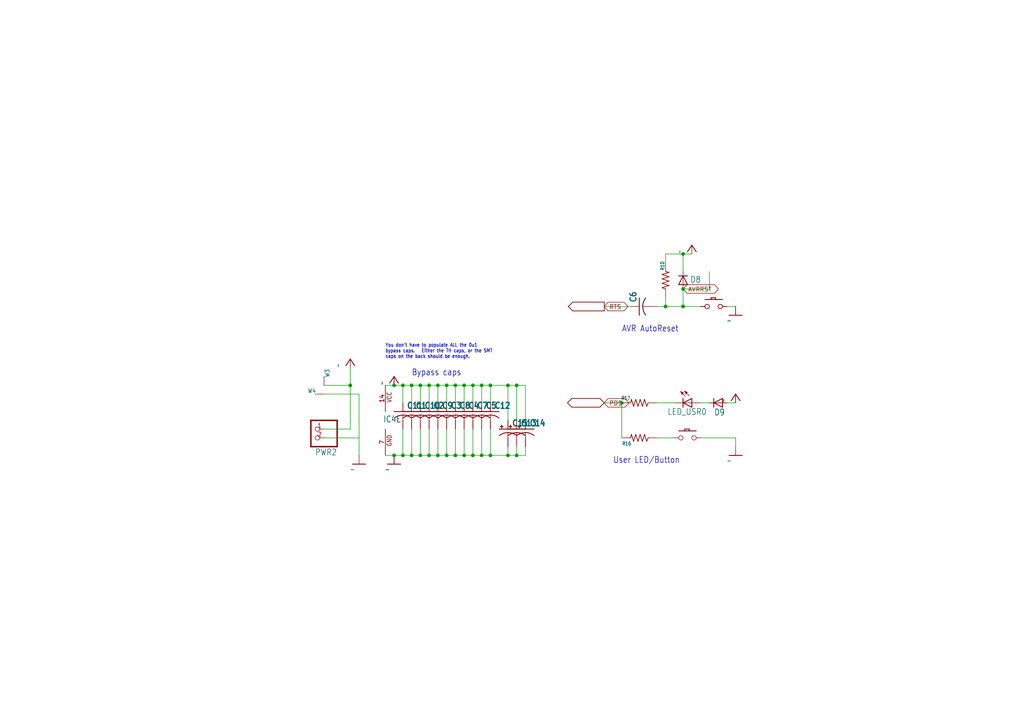
<source format=kicad_sch>
(kicad_sch (version 20211123) (generator eeschema)
  (paper "A4")
  (lib_symbols
    (symbol "Z80-4chip-v3-eagle-import:7400N"
      (property "Reference" "IC" (at -0.635 -0.635 0))
      (symbol "7400N_1_0"
        (arc (start -0.762 -3.302) (mid 2.54 0) (end -0.762 3.302) (stroke (width 0.4064)))
        (polyline (pts (xy -5.08 -3.302) (xy -0.762 -3.302)) (stroke (width 0.4064)))
        (polyline (pts (xy -5.08 3.302) (xy -5.08 -3.302)) (stroke (width 0.4064)))
        (polyline (pts (xy -0.762 3.302) (xy -5.08 3.302)) (stroke (width 0.4064)))
        (pin input line (at -7.62 2.54 0) (length 2.54) (name "I0") (number "1"))
        (pin input line (at -7.62 -2.54 0) (length 2.54) (name "I1") (number "2"))
        (pin output inverted (at 5.08 0 180) (length 2.54) (name "O") (number "3"))
      )
      (symbol "7400N_2_0"
        (arc (start -0.762 -3.302) (mid 2.54 0) (end -0.762 3.302) (stroke (width 0.4064)))
        (polyline (pts (xy -5.08 -3.302) (xy -0.762 -3.302)) (stroke (width 0.4064)))
        (polyline (pts (xy -5.08 3.302) (xy -5.08 -3.302)) (stroke (width 0.4064)))
        (polyline (pts (xy -0.762 3.302) (xy -5.08 3.302)) (stroke (width 0.4064)))
        (pin input line (at -7.62 2.54 0) (length 2.54) (name "I0") (number "4"))
        (pin input line (at -7.62 -2.54 0) (length 2.54) (name "I1") (number "5"))
        (pin output inverted (at 5.08 0 180) (length 2.54) (name "O") (number "6"))
      )
      (symbol "7400N_3_0"
        (arc (start -0.762 -3.302) (mid 2.54 0) (end -0.762 3.302) (stroke (width 0.4064)))
        (polyline (pts (xy -5.08 -3.302) (xy -0.762 -3.302)) (stroke (width 0.4064)))
        (polyline (pts (xy -5.08 3.302) (xy -5.08 -3.302)) (stroke (width 0.4064)))
        (polyline (pts (xy -0.762 3.302) (xy -5.08 3.302)) (stroke (width 0.4064)))
        (pin input line (at -7.62 -2.54 0) (length 2.54) (name "I1") (number "10"))
        (pin output inverted (at 5.08 0 180) (length 2.54) (name "O") (number "8"))
        (pin input line (at -7.62 2.54 0) (length 2.54) (name "I0") (number "9"))
      )
      (symbol "7400N_4_0"
        (arc (start -0.762 -3.302) (mid 2.54 0) (end -0.762 3.302) (stroke (width 0.4064)))
        (polyline (pts (xy -5.08 -3.302) (xy -0.762 -3.302)) (stroke (width 0.4064)))
        (polyline (pts (xy -5.08 3.302) (xy -5.08 -3.302)) (stroke (width 0.4064)))
        (polyline (pts (xy -0.762 3.302) (xy -5.08 3.302)) (stroke (width 0.4064)))
        (pin output inverted (at 5.08 0 180) (length 2.54) (name "O") (number "11"))
        (pin input line (at -7.62 2.54 0) (length 2.54) (name "I0") (number "12"))
        (pin input line (at -7.62 -2.54 0) (length 2.54) (name "I1") (number "13"))
      )
      (symbol "7400N_5_0"
        (text "GND" (at 1.905 -7.62 900) (effects (font (size 1.27 1.0795)) (justify left bottom)))
        (text "VCC" (at 1.905 5.08 900) (effects (font (size 1.27 1.0795)) (justify left bottom)))
        (pin power_in line (at 0 10.16 270) (length 7.62) (name "VCC") (number "14"))
        (pin power_in line (at 0 -10.16 90) (length 7.62) (name "GND") (number "7"))
      )
    )
    (symbol "Z80-4chip-v3-eagle-import:C-US-5MM"
      (property "Reference" "C" (at 1.016 0.635 0))
      (property "Value" "C-US-5MM" (at 1.016 -4.191 0))
      (symbol "C-US-5MM_1_0"
        (arc (start 0 -1.0161) (mid -1.302 -1.2303) (end -2.4668 -1.8504) (stroke (width 0.254)))
        (polyline (pts (xy -2.54 0) (xy 2.54 0)) (stroke (width 0.254)))
        (polyline (pts (xy 0 -1.0161) (xy 0 -2.54)) (stroke (width 0.1524)))
        (polyline (pts (xy 0 -1.016) (xy 0 -1.0161)) (stroke (width 0.1524)))
        (arc (start 2.4892 -1.8542) (mid 1.3158 -1.2195) (end 0 -1) (stroke (width 0.254)))
        (pin passive line (at 0 2.54 270) (length 2.54) (name "1") (number "1"))
        (pin passive line (at 0 -5.08 90) (length 2.54) (name "2") (number "2"))
      )
    )
    (symbol "Z80-4chip-v3-eagle-import:C-USC1206"
      (property "Reference" "C" (at 1.016 0.635 0))
      (property "Value" "C-USC1206" (at 1.016 -4.191 0))
      (symbol "C-USC1206_1_0"
        (arc (start 0 -1.0161) (mid -1.302 -1.2303) (end -2.4668 -1.8504) (stroke (width 0.254)))
        (polyline (pts (xy -2.54 0) (xy 2.54 0)) (stroke (width 0.254)))
        (polyline (pts (xy 0 -1.0161) (xy 0 -2.54)) (stroke (width 0.1524)))
        (polyline (pts (xy 0 -1.016) (xy 0 -1.0161)) (stroke (width 0.1524)))
        (arc (start 2.4892 -1.8542) (mid 1.3158 -1.2195) (end 0 -1) (stroke (width 0.254)))
        (pin passive line (at 0 2.54 270) (length 2.54) (name "1") (number "1"))
        (pin passive line (at 0 -5.08 90) (length 2.54) (name "2") (number "2"))
      )
    )
    (symbol "Z80-4chip-v3-eagle-import:CPOL-USE2.5-6"
      (property "Reference" "C" (at 1.016 0.635 0))
      (property "Value" "CPOL-USE2.5-6" (at 1.016 -4.191 0))
      (symbol "CPOL-USE2.5-6_1_0"
        (rectangle (start -2.253 0.668) (end -1.364 0.795) (fill (type outline)))
        (rectangle (start -1.872 0.287) (end -1.745 1.176) (fill (type outline)))
        (arc (start 0 -1.0161) (mid -1.3021 -1.2302) (end -2.4669 -1.8504) (stroke (width 0.254)))
        (polyline (pts (xy -2.54 0) (xy 2.54 0)) (stroke (width 0.254)))
        (polyline (pts (xy 0 -1.0161) (xy 0 -2.54)) (stroke (width 0.1524)))
        (polyline (pts (xy 0 -1.016) (xy 0 -1.0161)) (stroke (width 0.1524)))
        (arc (start 2.4892 -1.8542) (mid 1.3158 -1.2195) (end 0 -1) (stroke (width 0.254)))
        (pin passive line (at 0 2.54 270) (length 2.54) (name "+") (number "+"))
        (pin passive line (at 0 -5.08 90) (length 2.54) (name "-") (number "-"))
      )
    )
    (symbol "Z80-4chip-v3-eagle-import:DIODE-SIGNAL-5"
      (property "Reference" "D" (at 2.54 0.4826 0))
      (property "Value" "DIODE-SIGNAL-5" (at 2.54 -2.3114 0))
      (symbol "DIODE-SIGNAL-5_1_0"
        (polyline (pts (xy -1.27 -1.27) (xy 1.27 0)) (stroke (width 0.254)))
        (polyline (pts (xy -1.27 1.27) (xy -1.27 -1.27)) (stroke (width 0.254)))
        (polyline (pts (xy 1.27 0) (xy -1.27 1.27)) (stroke (width 0.254)))
        (polyline (pts (xy 1.27 0) (xy 1.27 -1.27)) (stroke (width 0.254)))
        (polyline (pts (xy 1.27 1.27) (xy 1.27 0)) (stroke (width 0.254)))
        (pin passive line (at -2.54 0 0) (length 2.54) (name "A") (number "A"))
        (pin passive line (at 2.54 0 180) (length 2.54) (name "C") (number "C"))
      )
    )
    (symbol "Z80-4chip-v3-eagle-import:GND" (power)
      (property "Value" "GND" (at -2.54 -2.54 0))
      (symbol "GND_1_0"
        (polyline (pts (xy -1.905 0) (xy 1.905 0)) (stroke (width 0.254)))
        (pin power_in line (at 0 2.54 270) (length 2.54) (name "GND") (number "1"))
      )
    )
    (symbol "Z80-4chip-v3-eagle-import:JST_2PIN-THM"
      (property "Reference" "CN" (at -6.35 5.715 0))
      (property "Value" "JST_2PIN-THM" (at -6.35 -5.08 0))
      (symbol "JST_2PIN-THM_1_0"
        (polyline (pts (xy -6.35 -2.54) (xy 1.27 -2.54)) (stroke (width 0.4064)))
        (polyline (pts (xy -6.35 5.08) (xy -6.35 -2.54)) (stroke (width 0.4064)))
        (polyline (pts (xy 1.27 -2.54) (xy 1.27 5.08)) (stroke (width 0.4064)))
        (polyline (pts (xy 1.27 5.08) (xy -6.35 5.08)) (stroke (width 0.4064)))
        (pin passive inverted (at -2.54 0 0) (length 2.54) (name "2") (number "1"))
        (pin passive inverted (at -2.54 2.54 0) (length 2.54) (name "1") (number "2"))
      )
    )
    (symbol "Z80-4chip-v3-eagle-import:LED3MM"
      (property "Reference" "LED" (at 3.556 -4.572 90))
      (property "Value" "LED3MM" (at 5.715 -4.572 90))
      (symbol "LED3MM_1_0"
        (polyline (pts (xy -2.032 -0.762) (xy -3.429 -2.159)) (stroke (width 0.1524)))
        (polyline (pts (xy -1.905 -1.905) (xy -3.302 -3.302)) (stroke (width 0.1524)))
        (polyline (pts (xy 0 -2.54) (xy -1.27 -2.54)) (stroke (width 0.254)))
        (polyline (pts (xy 0 -2.54) (xy -1.27 0)) (stroke (width 0.254)))
        (polyline (pts (xy 0 0) (xy -1.27 0)) (stroke (width 0.254)))
        (polyline (pts (xy 0 0) (xy 0 -2.54)) (stroke (width 0.1524)))
        (polyline (pts (xy 1.27 -2.54) (xy 0 -2.54)) (stroke (width 0.254)))
        (polyline (pts (xy 1.27 0) (xy 0 -2.54)) (stroke (width 0.254)))
        (polyline (pts (xy 1.27 0) (xy 0 0)) (stroke (width 0.254)))
        (polyline (pts (xy -3.429 -2.159) (xy -3.048 -1.27) (xy -2.54 -1.778)) (fill (type outline)))
        (polyline (pts (xy -3.302 -3.302) (xy -2.921 -2.413) (xy -2.413 -2.921)) (fill (type outline)))
        (pin passive line (at 0 2.54 270) (length 2.54) (name "A") (number "A"))
        (pin passive line (at 0 -5.08 90) (length 2.54) (name "C") (number "K"))
      )
    )
    (symbol "Z80-4chip-v3-eagle-import:PORT-BI"
      (symbol "PORT-BI_1_0"
        (polyline (pts (xy 0 0) (xy 1.27 -1.27)) (stroke (width 0.2)))
        (polyline (pts (xy 0 0) (xy 1.27 1.27)) (stroke (width 0.2)))
        (polyline (pts (xy 1.27 -1.27) (xy 9.398 -1.27)) (stroke (width 0.2)))
        (polyline (pts (xy 1.27 1.27) (xy 9.398 1.27)) (stroke (width 0.2)))
        (polyline (pts (xy 9.398 -1.27) (xy 10.668 0)) (stroke (width 0.2)))
        (polyline (pts (xy 10.668 0) (xy 9.398 1.27)) (stroke (width 0.2)))
      )
    )
    (symbol "Z80-4chip-v3-eagle-import:PORT-OUT"
      (symbol "PORT-OUT_1_0"
        (polyline (pts (xy 0 -1.27) (xy 0 1.27)) (stroke (width 0.2)))
        (polyline (pts (xy 0 1.27) (xy 9.144 1.27)) (stroke (width 0.2)))
        (polyline (pts (xy 9.144 -1.27) (xy 0 -1.27)) (stroke (width 0.2)))
        (polyline (pts (xy 9.144 1.27) (xy 10.414 0)) (stroke (width 0.2)))
        (polyline (pts (xy 10.414 0) (xy 9.144 -1.27)) (stroke (width 0.2)))
      )
    )
    (symbol "Z80-4chip-v3-eagle-import:R-US_0207{slash}07V"
      (property "Reference" "R" (at 2.7325 0.2781 0))
      (property "Value" "R-US_0207{slash}07V" (at -1.9067 -0.4821 0))
      (symbol "R-US_0207{slash}07V_1_0"
        (polyline (pts (xy -2.54 0) (xy -2.159 1.016)) (stroke (width 0.2032)))
        (polyline (pts (xy -2.159 1.016) (xy -1.524 -1.016)) (stroke (width 0.2032)))
        (polyline (pts (xy -1.524 -1.016) (xy -0.889 1.016)) (stroke (width 0.2032)))
        (polyline (pts (xy -0.889 1.016) (xy -0.254 -1.016)) (stroke (width 0.2032)))
        (polyline (pts (xy -0.254 -1.016) (xy 0.381 1.016)) (stroke (width 0.2032)))
        (polyline (pts (xy 0.381 1.016) (xy 1.016 -1.016)) (stroke (width 0.2032)))
        (polyline (pts (xy 1.016 -1.016) (xy 1.651 1.016)) (stroke (width 0.2032)))
        (polyline (pts (xy 1.651 1.016) (xy 2.286 -1.016)) (stroke (width 0.2032)))
        (polyline (pts (xy 2.286 -1.016) (xy 2.54 0)) (stroke (width 0.2032)))
        (pin passive line (at -5.08 0 0) (length 2.54) (name "1") (number "1"))
        (pin passive line (at 5.08 0 180) (length 2.54) (name "2") (number "2"))
      )
    )
    (symbol "Z80-4chip-v3-eagle-import:SW-PB2L"
      (symbol "SW-PB2L_1_0"
        (polyline (pts (xy -3.81 2.032) (xy -1.778 2.032)) (stroke (width 0.254)))
        (polyline (pts (xy -1.778 2.032) (xy -1.778 2.54)) (stroke (width 0.254)))
        (polyline (pts (xy -1.778 2.032) (xy -0.508 2.032)) (stroke (width 0.254)))
        (polyline (pts (xy -1.778 2.54) (xy -0.508 2.54)) (stroke (width 0.254)))
        (polyline (pts (xy -0.508 2.032) (xy 1.27 2.032)) (stroke (width 0.254)))
        (polyline (pts (xy -0.508 2.54) (xy -0.508 2.032)) (stroke (width 0.254)))
        (pin passive inverted (at -5.08 0 0) (length 2.54) (name "P$1") (number "2"))
        (pin passive inverted (at 2.54 0 180) (length 2.54) (name "P$2") (number "4"))
      )
      (symbol "SW-PB2L_2_0"
        (polyline (pts (xy -2.54 0) (xy 2.54 0)) (stroke (width 0.254)))
        (pin power_in line (at -2.54 0 0) (length 0) (name "GND") (number "5"))
      )
    )
    (symbol "Z80-4chip-v3-eagle-import:SW-PB2{slash}"
      (symbol "SW-PB2{slash}_1_0"
        (polyline (pts (xy -3.81 2.032) (xy -1.778 2.032)) (stroke (width 0.254)))
        (polyline (pts (xy -1.778 2.032) (xy -1.778 2.54)) (stroke (width 0.254)))
        (polyline (pts (xy -1.778 2.032) (xy -0.508 2.032)) (stroke (width 0.254)))
        (polyline (pts (xy -1.778 2.54) (xy -0.508 2.54)) (stroke (width 0.254)))
        (polyline (pts (xy -0.508 2.032) (xy 1.27 2.032)) (stroke (width 0.254)))
        (polyline (pts (xy -0.508 2.54) (xy -0.508 2.032)) (stroke (width 0.254)))
        (pin passive inverted (at -5.08 0 0) (length 2.54) (name "P$1") (number "2"))
        (pin passive inverted (at 2.54 0 180) (length 2.54) (name "P$2") (number "3"))
      )
      (symbol "SW-PB2{slash}_2_0"
        (polyline (pts (xy -2.54 0) (xy 2.54 0)) (stroke (width 0.254)))
        (pin power_in line (at -2.54 0 0) (length 0) (name "GND") (number "5"))
      )
    )
    (symbol "Z80-4chip-v3-eagle-import:VCC" (power)
      (property "Value" "VCC" (at -2.54 -2.54 90))
      (symbol "VCC_1_0"
        (polyline (pts (xy 0 0) (xy -1.27 -1.905)) (stroke (width 0.254)))
        (polyline (pts (xy 1.27 -1.905) (xy 0 0)) (stroke (width 0.254)))
        (pin power_in line (at 0 -2.54 90) (length 2.54) (name "VCC") (number "1"))
      )
    )
    (symbol "Z80-4chip-v3-eagle-import:WIRE-R10"
      (property "Reference" "W" (at 2.286 -0.254 0))
      (symbol "WIRE-R10_1_0"
        (pin bidirectional line (at 0 0 0) (length 2.54) (name "P$1") (number "P$1"))
      )
    )
  )
  (junction (at 129.54 132.08))
  (junction (at 101.6 111.76))
  (junction (at 127 132.08))
  (junction (at 116.84 111.76))
  (junction (at 198.12 73.66))
  (junction (at 134.62 111.76))
  (junction (at 129.54 111.76))
  (junction (at 137.16 111.76))
  (junction (at 149.86 132.08))
  (junction (at 132.08 132.08))
  (junction (at 124.46 111.76))
  (junction (at 121.92 111.76))
  (junction (at 147.32 111.76))
  (junction (at 114.3 111.76))
  (junction (at 198.12 88.9))
  (junction (at 124.46 132.08))
  (junction (at 180.34 116.84))
  (junction (at 147.32 132.08))
  (junction (at 142.24 132.08))
  (junction (at 116.84 132.08))
  (junction (at 132.08 111.76))
  (junction (at 134.62 132.08))
  (junction (at 119.38 111.76))
  (junction (at 198.12 83.82))
  (junction (at 119.38 132.08))
  (junction (at 193.04 88.9))
  (junction (at 149.86 111.76))
  (junction (at 137.16 132.08))
  (junction (at 139.7 111.76))
  (junction (at 127 111.76))
  (junction (at 114.3 132.08))
  (junction (at 142.24 111.76))
  (junction (at 139.7 132.08))
  (junction (at 121.92 132.08))
  (wire (pts (xy 111.76 111.76) (xy 114.3 111.76)))
  (wire (pts (xy 149.86 121.92) (xy 149.86 111.76)))
  (wire (pts (xy 116.84 132.08) (xy 119.38 132.08)))
  (wire (pts (xy 198.12 78.74) (xy 198.12 73.66)))
  (wire (pts (xy 139.7 111.76) (xy 139.7 116.84)))
  (wire (pts (xy 147.32 111.76) (xy 142.24 111.76)))
  (wire (pts (xy 193.04 86.36) (xy 193.04 88.9)))
  (wire (pts (xy 93.98 111.76) (xy 101.6 111.76)))
  (wire (pts (xy 182.88 88.9) (xy 175.26 88.9)))
  (wire (pts (xy 116.84 116.84) (xy 116.84 111.76)))
  (wire (pts (xy 127 111.76) (xy 129.54 111.76)))
  (wire (pts (xy 142.24 132.08) (xy 142.24 124.46)))
  (wire (pts (xy 114.3 111.76) (xy 116.84 111.76)))
  (wire (pts (xy 210.82 116.84) (xy 213.36 116.84)))
  (wire (pts (xy 134.62 111.76) (xy 137.16 111.76)))
  (wire (pts (xy 134.62 132.08) (xy 137.16 132.08)))
  (wire (pts (xy 210.82 88.9) (xy 213.36 88.9)))
  (wire (pts (xy 198.12 88.9) (xy 203.2 88.9)))
  (wire (pts (xy 114.3 132.08) (xy 116.84 132.08)))
  (wire (pts (xy 121.92 132.08) (xy 124.46 132.08)))
  (wire (pts (xy 127 116.84) (xy 127 111.76)))
  (wire (pts (xy 152.4 129.54) (xy 152.4 132.08)))
  (wire (pts (xy 129.54 124.46) (xy 129.54 132.08)))
  (wire (pts (xy 193.04 76.2) (xy 193.04 73.66)))
  (wire (pts (xy 147.32 132.08) (xy 142.24 132.08)))
  (wire (pts (xy 190.5 127) (xy 195.58 127)))
  (wire (pts (xy 137.16 111.76) (xy 139.7 111.76)))
  (wire (pts (xy 132.08 124.46) (xy 132.08 132.08)))
  (wire (pts (xy 132.08 111.76) (xy 134.62 111.76)))
  (wire (pts (xy 134.62 116.84) (xy 134.62 111.76)))
  (wire (pts (xy 119.38 111.76) (xy 121.92 111.76)))
  (wire (pts (xy 124.46 124.46) (xy 124.46 132.08)))
  (wire (pts (xy 93.98 114.3) (xy 104.14 114.3)))
  (wire (pts (xy 149.86 129.54) (xy 149.86 132.08)))
  (wire (pts (xy 198.12 83.82) (xy 205.74 83.82)))
  (wire (pts (xy 134.62 124.46) (xy 134.62 132.08)))
  (wire (pts (xy 137.16 132.08) (xy 139.7 132.08)))
  (wire (pts (xy 101.6 111.76) (xy 101.6 124.46)))
  (wire (pts (xy 129.54 111.76) (xy 132.08 111.76)))
  (wire (pts (xy 149.86 111.76) (xy 147.32 111.76)))
  (wire (pts (xy 129.54 116.84) (xy 129.54 111.76)))
  (wire (pts (xy 147.32 129.54) (xy 147.32 132.08)))
  (wire (pts (xy 142.24 111.76) (xy 142.24 116.84)))
  (wire (pts (xy 116.84 111.76) (xy 119.38 111.76)))
  (wire (pts (xy 180.34 116.84) (xy 175.26 116.84)))
  (wire (pts (xy 129.54 132.08) (xy 132.08 132.08)))
  (wire (pts (xy 193.04 73.66) (xy 198.12 73.66)))
  (wire (pts (xy 119.38 132.08) (xy 121.92 132.08)))
  (wire (pts (xy 203.2 116.84) (xy 205.74 116.84)))
  (wire (pts (xy 104.14 114.3) (xy 104.14 132.08)))
  (wire (pts (xy 149.86 111.76) (xy 152.4 111.76)))
  (wire (pts (xy 121.92 111.76) (xy 124.46 111.76)))
  (wire (pts (xy 190.5 116.84) (xy 195.58 116.84)))
  (wire (pts (xy 121.92 124.46) (xy 121.92 132.08)))
  (wire (pts (xy 104.14 127) (xy 93.98 127)))
  (wire (pts (xy 137.16 116.84) (xy 137.16 111.76)))
  (wire (pts (xy 139.7 132.08) (xy 139.7 124.46)))
  (wire (pts (xy 132.08 132.08) (xy 134.62 132.08)))
  (wire (pts (xy 114.3 132.08) (xy 111.76 132.08)))
  (wire (pts (xy 152.4 111.76) (xy 152.4 121.92)))
  (wire (pts (xy 139.7 111.76) (xy 142.24 111.76)))
  (wire (pts (xy 121.92 116.84) (xy 121.92 111.76)))
  (wire (pts (xy 124.46 116.84) (xy 124.46 111.76)))
  (wire (pts (xy 193.04 88.9) (xy 190.5 88.9)))
  (wire (pts (xy 127 124.46) (xy 127 132.08)))
  (wire (pts (xy 147.32 121.92) (xy 147.32 111.76)))
  (wire (pts (xy 180.34 127) (xy 180.34 116.84)))
  (wire (pts (xy 119.38 111.76) (xy 119.38 116.84)))
  (wire (pts (xy 213.36 127) (xy 213.36 129.54)))
  (wire (pts (xy 152.4 132.08) (xy 149.86 132.08)))
  (wire (pts (xy 198.12 83.82) (xy 198.12 88.9)))
  (wire (pts (xy 127 132.08) (xy 129.54 132.08)))
  (wire (pts (xy 139.7 132.08) (xy 142.24 132.08)))
  (wire (pts (xy 132.08 116.84) (xy 132.08 111.76)))
  (wire (pts (xy 203.2 127) (xy 213.36 127)))
  (wire (pts (xy 101.6 124.46) (xy 93.98 124.46)))
  (wire (pts (xy 124.46 132.08) (xy 127 132.08)))
  (wire (pts (xy 198.12 88.9) (xy 193.04 88.9)))
  (wire (pts (xy 149.86 132.08) (xy 147.32 132.08)))
  (wire (pts (xy 205.74 83.82) (xy 205.74 78.74)))
  (wire (pts (xy 119.38 124.46) (xy 119.38 132.08)))
  (wire (pts (xy 198.12 73.66) (xy 200.66 73.66)))
  (wire (pts (xy 101.6 111.76) (xy 101.6 106.68)))
  (wire (pts (xy 124.46 111.76) (xy 127 111.76)))
  (wire (pts (xy 137.16 124.46) (xy 137.16 132.08)))
  (wire (pts (xy 116.84 132.08) (xy 116.84 124.46)))
  (text "AVR AutoReset" (at 180.34 96.52 180) (effects (font (size 1.778 1.5113)) (justify left bottom)))
  (text "User LED/Button" (at 177.8 134.62 180) (effects (font (size 1.778 1.5113)) (justify left bottom)))
  (text "Bypass caps" (at 119.38 109.22 180) (effects (font (size 1.778 1.5113)) (justify left bottom)))
  (text "You don't have to populate ALL the 0u1\nbypass caps.   Either the TH caps, or the SMT\ncaps on the back should be enough." (at 111.76 104.14 0) (effects (font (size 1.016 0.8636)) (justify left bottom)))
  (global_label "RTS" (shape bidirectional) (at 175.26 88.9 0) (effects (font (size 1.2446 1.2446))) (property "Intersheet References" "${INTERSHEET_REFS}" (effects hide)))
  (global_label "AVRRST" (shape bidirectional) (at 198.12 83.82 0) (effects (font (size 1.2446 1.2446))) (property "Intersheet References" "${INTERSHEET_REFS}" (effects hide)))
  (global_label "PD5" (shape bidirectional) (at 175.26 116.84 0) (effects (font (size 1.2446 1.2446))) (property "Intersheet References" "${INTERSHEET_REFS}" (effects hide)))
  (symbol (lib_id "Z80-4chip-v3-eagle-import:PORT-BI") (at 175.26 116.84 180) (unit 1)
    (property "Reference" "#U$27" (effects hide))
  )
  (symbol (lib_id "Z80-4chip-v3-eagle-import:SW-PB2L") (at 198.12 127 0) (mirror y) (unit 1)
    (property "Reference" "SW-USR0" (effects hide))
  )
  (symbol (lib_id "Z80-4chip-v3-eagle-import:WIRE-R10") (at 93.98 111.76 90) (unit 1)
    (property "Reference" "W3" (at 94.234 109.474 0) (effects (font (size 1.27 1.0795)) (justify left top)))
  )
  (symbol (lib_id "Z80-4chip-v3-eagle-import:R-US_0207{slash}07V") (at 185.42 116.84 180) (unit 1)
    (property "Reference" "R17" (at 182.9415 114.8321 0) (effects (font (size 1.016 0.8636) bold) (justify left bottom)))
  )
  (symbol (lib_id "Z80-4chip-v3-eagle-import:PORT-OUT") (at 175.26 88.9 180) (unit 1)
    (property "Reference" "#U$28" (effects hide))
  )
  (symbol (lib_id "Z80-4chip-v3-eagle-import:CPOL-USE2.5-6") (at 152.4 124.46 0) (unit 1)
    (property "Reference" "C14" (at 153.416 123.825 0) (effects (font (size 1.778 1.5113) bold) (justify left bottom)))
  )
  (symbol (lib_id "Z80-4chip-v3-eagle-import:VCC") (at 213.36 114.3 0) (unit 1)
    (property "Reference" "#P+9" (effects hide))
  )
  (symbol (lib_id "Z80-4chip-v3-eagle-import:C-US-5MM") (at 134.62 119.38 0) (unit 1)
    (property "Reference" "C4" (at 135.636 118.745 0) (effects (font (size 1.778 1.5113) bold) (justify left bottom)))
  )
  (symbol (lib_id "Z80-4chip-v3-eagle-import:C-USC1206") (at 127 119.38 0) (unit 1)
    (property "Reference" "C9" (at 128.016 118.745 0) (effects (font (size 1.778 1.5113) bold) (justify left bottom)))
  )
  (symbol (lib_id "Z80-4chip-v3-eagle-import:C-USC1206") (at 132.08 119.38 0) (unit 1)
    (property "Reference" "C8" (at 133.096 118.745 0) (effects (font (size 1.778 1.5113) bold) (justify left bottom)))
  )
  (symbol (lib_id "Z80-4chip-v3-eagle-import:VCC") (at 101.6 104.14 0) (unit 1)
    (property "Reference" "#P+10" (effects hide))
  )
  (symbol (lib_id "Z80-4chip-v3-eagle-import:SW-PB2{slash}") (at 205.74 88.9 0) (mirror y) (unit 1)
    (property "Reference" "SW-RST0" (effects hide))
  )
  (symbol (lib_id "Z80-4chip-v3-eagle-import:JST_2PIN-THM") (at 91.44 124.46 180) (unit 1)
    (property "Reference" "PWR2" (at 97.79 130.175 0) (effects (font (size 1.778 1.5113)) (justify left bottom)))
  )
  (symbol (lib_id "Z80-4chip-v3-eagle-import:CPOL-USE2.5-6") (at 147.32 124.46 0) (unit 1)
    (property "Reference" "C15" (at 148.336 123.825 0) (effects (font (size 1.778 1.5113) bold) (justify left bottom)))
  )
  (symbol (lib_id "Z80-4chip-v3-eagle-import:C-US-5MM") (at 137.16 119.38 0) (unit 1)
    (property "Reference" "C7" (at 138.176 118.745 0) (effects (font (size 1.778 1.5113) bold) (justify left bottom)))
  )
  (symbol (lib_id "Z80-4chip-v3-eagle-import:GND") (at 114.3 134.62 0) (unit 1)
    (property "Reference" "#GND13" (effects hide))
  )
  (symbol (lib_id "Z80-4chip-v3-eagle-import:GND") (at 213.36 132.08 0) (unit 1)
    (property "Reference" "#GND9" (effects hide))
  )
  (symbol (lib_id "Z80-4chip-v3-eagle-import:DIODE-SIGNAL-5") (at 198.12 81.28 90) (unit 1)
    (property "Reference" "D8" (at 200.152 82.0674 90) (effects (font (size 1.778 1.5113)) (justify right top)))
  )
  (symbol (lib_id "Z80-4chip-v3-eagle-import:DIODE-SIGNAL-5") (at 208.28 116.84 180) (unit 1)
    (property "Reference" "D9" (at 210.312 118.5926 0) (effects (font (size 1.778 1.5113)) (justify left bottom)))
  )
  (symbol (lib_id "Z80-4chip-v3-eagle-import:C-US-5MM") (at 129.54 119.38 0) (unit 1)
    (property "Reference" "C3" (at 130.556 118.745 0) (effects (font (size 1.778 1.5113) bold) (justify left bottom)))
  )
  (symbol (lib_id "Z80-4chip-v3-eagle-import:CPOL-USE2.5-6") (at 149.86 124.46 0) (unit 1)
    (property "Reference" "C13" (at 150.876 123.825 0) (effects (font (size 1.778 1.5113) bold) (justify left bottom)))
  )
  (symbol (lib_id "Z80-4chip-v3-eagle-import:GND") (at 104.14 134.62 0) (unit 1)
    (property "Reference" "#GND12" (effects hide))
  )
  (symbol (lib_id "Z80-4chip-v3-eagle-import:7400N") (at 111.76 121.92 0) (unit 5)
    (property "Reference" "IC4" (at 111.125 122.555 0) (effects (font (size 1.778 1.5113)) (justify left bottom)))
  )
  (symbol (lib_id "Z80-4chip-v3-eagle-import:C-USC1206") (at 121.92 119.38 0) (unit 1)
    (property "Reference" "C10" (at 122.936 118.745 0) (effects (font (size 1.778 1.5113) bold) (justify left bottom)))
  )
  (symbol (lib_id "Z80-4chip-v3-eagle-import:WIRE-R10") (at 93.98 114.3 180) (unit 1)
    (property "Reference" "W4" (at 91.694 114.046 0) (effects (font (size 1.27 1.0795)) (justify left top)))
  )
  (symbol (lib_id "Z80-4chip-v3-eagle-import:R-US_0207{slash}07V") (at 185.42 127 180) (unit 1)
    (property "Reference" "R16" (at 183.1955 128.0401 0) (effects (font (size 1.016 0.8636) bold) (justify left bottom)))
  )
  (symbol (lib_id "Z80-4chip-v3-eagle-import:LED3MM") (at 200.66 116.84 270) (unit 1)
    (property "Reference" "LED_USR0" (at 193.548 120.396 90) (effects (font (size 1.778 1.5113)) (justify left bottom)))
  )
  (symbol (lib_id "Z80-4chip-v3-eagle-import:GND") (at 213.36 91.44 0) (unit 1)
    (property "Reference" "#GND5" (effects hide))
  )
  (symbol (lib_id "Z80-4chip-v3-eagle-import:R-US_0207{slash}07V") (at 193.04 81.28 90) (unit 1)
    (property "Reference" "R10" (at 192.7619 78.5475 0) (effects (font (size 1.016 0.8636) bold) (justify left bottom)))
  )
  (symbol (lib_id "Z80-4chip-v3-eagle-import:VCC") (at 114.3 109.22 0) (unit 1)
    (property "Reference" "#P+11" (effects hide))
  )
  (symbol (lib_id "Z80-4chip-v3-eagle-import:C-US-5MM") (at 139.7 119.38 0) (unit 1)
    (property "Reference" "C5" (at 140.716 118.745 0) (effects (font (size 1.778 1.5113) bold) (justify left bottom)))
  )
  (symbol (lib_id "Z80-4chip-v3-eagle-import:C-US-5MM") (at 119.38 119.38 0) (unit 1)
    (property "Reference" "C1" (at 120.396 118.745 0) (effects (font (size 1.778 1.5113) bold) (justify left bottom)))
  )
  (symbol (lib_id "Z80-4chip-v3-eagle-import:C-US-5MM") (at 124.46 119.38 0) (unit 1)
    (property "Reference" "C2" (at 125.476 118.745 0) (effects (font (size 1.778 1.5113) bold) (justify left bottom)))
  )
  (symbol (lib_id "Z80-4chip-v3-eagle-import:C-USC1206") (at 142.24 119.38 0) (unit 1)
    (property "Reference" "C12" (at 143.256 118.745 0) (effects (font (size 1.778 1.5113) bold) (justify left bottom)))
  )
  (symbol (lib_id "Z80-4chip-v3-eagle-import:C-US-5MM") (at 185.42 88.9 90) (unit 1)
    (property "Reference" "C6" (at 184.785 87.884 0) (effects (font (size 1.778 1.5113) bold) (justify left bottom)))
  )
  (symbol (lib_id "Z80-4chip-v3-eagle-import:C-USC1206") (at 116.84 119.38 0) (unit 1)
    (property "Reference" "C11" (at 117.856 118.745 0) (effects (font (size 1.778 1.5113) bold) (justify left bottom)))
  )
  (symbol (lib_id "Z80-4chip-v3-eagle-import:VCC") (at 200.66 71.12 0) (unit 1)
    (property "Reference" "#P+7" (effects hide))
  )
)
</source>
